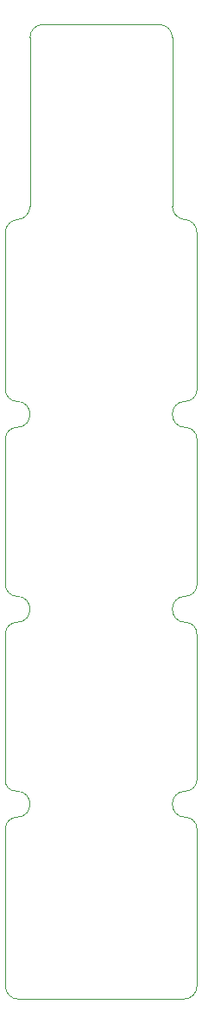
<source format=gm1>
%TF.GenerationSoftware,KiCad,Pcbnew,(6.0.4-0)*%
%TF.CreationDate,2022-03-28T13:48:44+08:00*%
%TF.ProjectId,Phalanx,5068616c-616e-4782-9e6b-696361645f70,rev?*%
%TF.SameCoordinates,Original*%
%TF.FileFunction,Profile,NP*%
%FSLAX46Y46*%
G04 Gerber Fmt 4.6, Leading zero omitted, Abs format (unit mm)*
G04 Created by KiCad (PCBNEW (6.0.4-0)) date 2022-03-28 13:48:44*
%MOMM*%
%LPD*%
G01*
G04 APERTURE LIST*
%TA.AperFunction,Profile*%
%ADD10C,0.100000*%
%TD*%
G04 APERTURE END LIST*
D10*
X110997945Y-109854994D02*
G75*
G03*
X109855000Y-108585000I-1142945J120694D01*
G01*
X93345000Y-127635000D02*
G75*
G03*
X93345000Y-125095000I0J1270000D01*
G01*
X110998000Y-104902000D02*
X110998000Y-90678000D01*
X92202000Y-144145000D02*
G75*
G03*
X93472000Y-145415000I1270000J0D01*
G01*
X110998000Y-85852000D02*
X110988974Y-70485000D01*
X109855000Y-106045000D02*
G75*
G03*
X109855000Y-108585000I0J-1270000D01*
G01*
X92202000Y-85852000D02*
G75*
G03*
X93345000Y-86995000I1143000J0D01*
G01*
X110989000Y-70485000D02*
G75*
G03*
X109718974Y-69215000I-1270000J0D01*
G01*
X93345000Y-108585000D02*
G75*
G03*
X92202000Y-109728000I0J-1143000D01*
G01*
X93345000Y-89535000D02*
G75*
G03*
X92202000Y-90678000I0J-1143000D01*
G01*
X108585037Y-67945000D02*
G75*
G03*
X109718974Y-69215000I1278163J0D01*
G01*
X107315000Y-50165000D02*
X95885000Y-50165000D01*
X109855000Y-86995000D02*
G75*
G03*
X110998000Y-85852000I0J1143000D01*
G01*
X92202000Y-123952000D02*
G75*
G03*
X93345000Y-125095000I1033900J-109100D01*
G01*
X109855000Y-106045000D02*
G75*
G03*
X110998000Y-104902000I0J1143000D01*
G01*
X110998000Y-123952000D02*
X110998000Y-109855000D01*
X109855000Y-125095000D02*
G75*
G03*
X109855000Y-127635000I0J-1270000D01*
G01*
X93345000Y-108585000D02*
G75*
G03*
X93345000Y-106045000I0J1270000D01*
G01*
X110998000Y-90678000D02*
G75*
G03*
X109855000Y-89535000I-1143000J0D01*
G01*
X108585000Y-51435000D02*
G75*
G03*
X107315000Y-50165000I-1270000J0D01*
G01*
X95885000Y-50165000D02*
G75*
G03*
X94615000Y-51435000I0J-1270000D01*
G01*
X92202000Y-90678000D02*
X92202000Y-104902000D01*
X93481026Y-69224071D02*
G75*
G03*
X92202000Y-70485000I-26J-1279129D01*
G01*
X93345000Y-127635000D02*
G75*
G03*
X92202000Y-128778000I0J-1143000D01*
G01*
X92202000Y-109728000D02*
X92202000Y-123952000D01*
X109718974Y-145414932D02*
G75*
G03*
X110998000Y-144145000I26J1279032D01*
G01*
X93481026Y-69224023D02*
G75*
G03*
X94615000Y-67945000I-154326J1279023D01*
G01*
X92202000Y-128778000D02*
X92202000Y-144145000D01*
X110998000Y-128778000D02*
G75*
G03*
X109855000Y-127635000I-1143000J0D01*
G01*
X93472000Y-145415000D02*
X109718974Y-145415000D01*
X92202000Y-104902000D02*
G75*
G03*
X93345000Y-106045000I1143500J500D01*
G01*
X109855000Y-125095000D02*
G75*
G03*
X110998000Y-123952000I0J1143000D01*
G01*
X109855000Y-86995000D02*
G75*
G03*
X109855000Y-89535000I0J-1270000D01*
G01*
X94615000Y-51435000D02*
X94615000Y-67945000D01*
X93345000Y-89535000D02*
G75*
G03*
X93345000Y-86995000I0J1270000D01*
G01*
X110998000Y-144145000D02*
X110998000Y-128778000D01*
X108585000Y-67945000D02*
X108585000Y-51435000D01*
X92202000Y-70485000D02*
X92202000Y-85852000D01*
M02*

</source>
